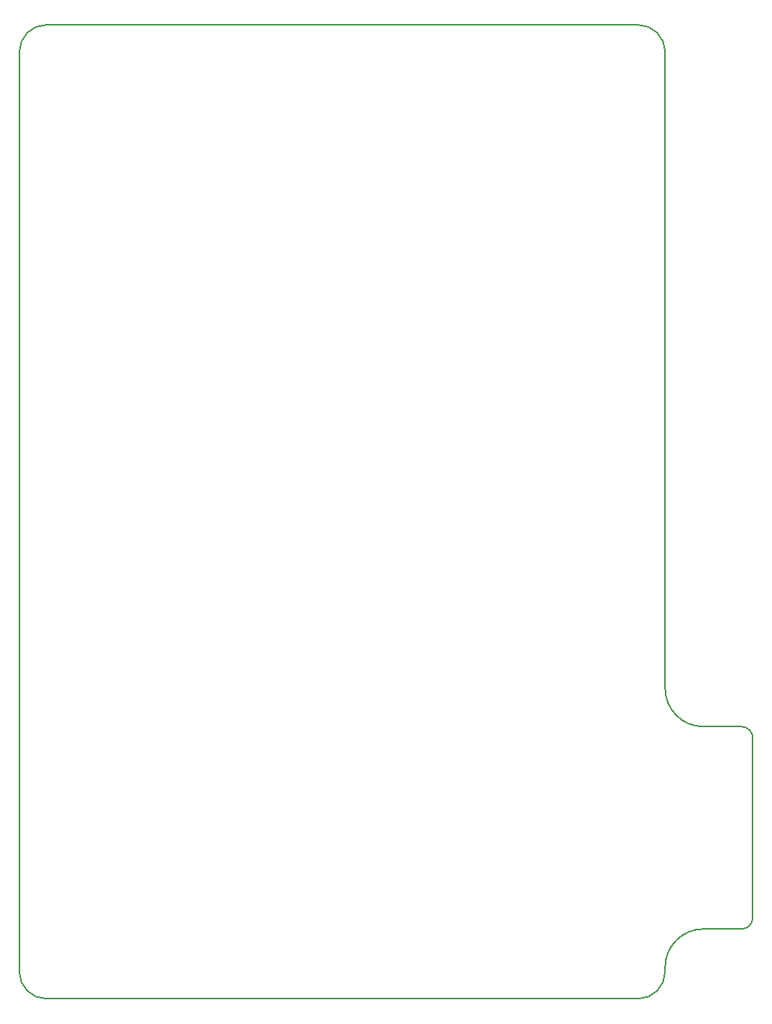
<source format=gbr>
%TF.GenerationSoftware,KiCad,Pcbnew,7.99.0-957-g18dd623122*%
%TF.CreationDate,2023-07-04T11:58:54-04:00*%
%TF.ProjectId,carrier,63617272-6965-4722-9e6b-696361645f70,V1.1*%
%TF.SameCoordinates,Original*%
%TF.FileFunction,Profile,NP*%
%FSLAX46Y46*%
G04 Gerber Fmt 4.6, Leading zero omitted, Abs format (unit mm)*
G04 Created by KiCad (PCBNEW 7.99.0-957-g18dd623122) date 2023-07-04 11:58:54*
%MOMM*%
%LPD*%
G01*
G04 APERTURE LIST*
%TA.AperFunction,Profile*%
%ADD10C,0.200000*%
%TD*%
G04 APERTURE END LIST*
D10*
X78615995Y4816005D02*
G75*
G03*
X79885995Y6086000I5J1269995D01*
G01*
X69977000Y103886000D02*
G75*
G03*
X66928995Y106934000I-3048000J0D01*
G01*
X74297995Y4816005D02*
G75*
G03*
X69979995Y498000I5J-4318005D01*
G01*
X-5Y106934005D02*
G75*
G03*
X-3048005Y103886000I5J-3048005D01*
G01*
X-5Y-3050644D02*
X39372995Y-3050644D01*
X-3048005Y103886000D02*
X-3048005Y0D01*
X79886000Y26406000D02*
G75*
G03*
X78615995Y27676000I-1270000J0D01*
G01*
X69980000Y31994000D02*
G75*
G03*
X74297995Y27676000I4318000J0D01*
G01*
X69979995Y498000D02*
X69979995Y-3739D01*
X-3050644Y0D02*
G75*
G03*
X-5Y-3050644I3050644J0D01*
G01*
X74297995Y4816000D02*
X78615995Y4816000D01*
X39372995Y-3058000D02*
X66932734Y-3058000D01*
X66932734Y-3051734D02*
G75*
G03*
X69980734Y-3739I-34J3048034D01*
G01*
X74297995Y27676000D02*
X78615995Y27676000D01*
X69979995Y31994000D02*
X69979995Y103886000D01*
X79885995Y26406000D02*
X79885995Y6086000D01*
X66928995Y106934000D02*
X-5Y106934000D01*
M02*

</source>
